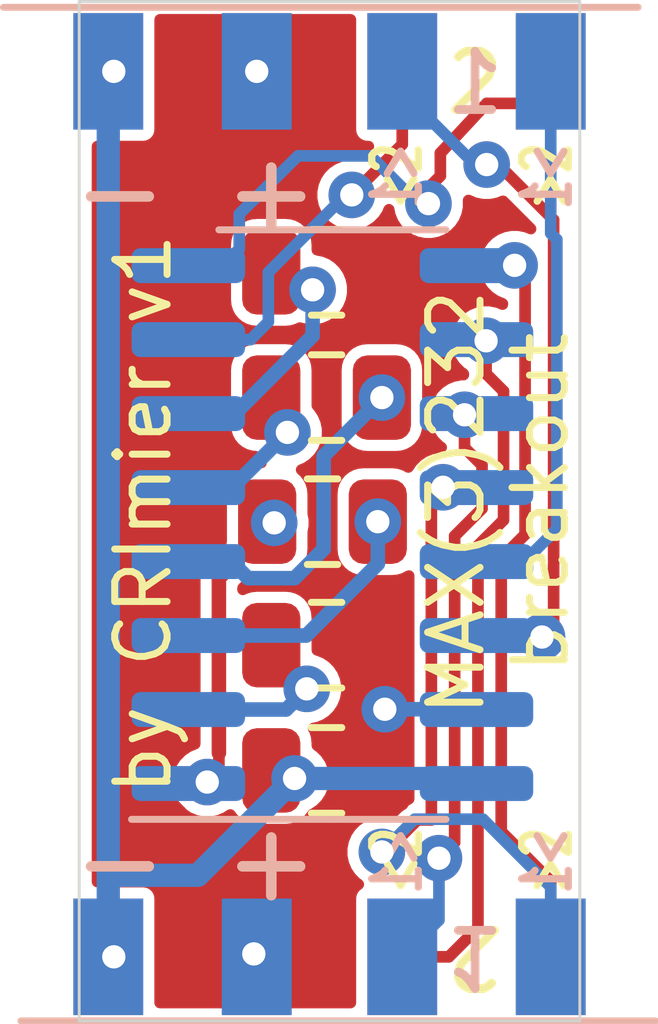
<source format=kicad_pcb>
(kicad_pcb (version 20171130) (host pcbnew 5.1.5+dfsg1-2build2)

  (general
    (thickness 1.6)
    (drawings 18)
    (tracks 181)
    (zones 0)
    (modules 8)
    (nets 17)
  )

  (page A4)
  (layers
    (0 F.Cu signal)
    (31 B.Cu signal)
    (32 B.Adhes user)
    (33 F.Adhes user)
    (34 B.Paste user)
    (35 F.Paste user)
    (36 B.SilkS user)
    (37 F.SilkS user)
    (38 B.Mask user)
    (39 F.Mask user)
    (40 Dwgs.User user)
    (41 Cmts.User user)
    (42 Eco1.User user)
    (43 Eco2.User user)
    (44 Edge.Cuts user)
    (45 Margin user)
    (46 B.CrtYd user)
    (47 F.CrtYd user)
    (48 B.Fab user hide)
    (49 F.Fab user hide)
  )

  (setup
    (last_trace_width 0.4)
    (user_trace_width 0.2)
    (user_trace_width 0.4)
    (trace_clearance 0.17)
    (zone_clearance 0.19)
    (zone_45_only yes)
    (trace_min 0)
    (via_size 0.8)
    (via_drill 0.4)
    (via_min_size 0.4)
    (via_min_drill 0.3)
    (uvia_size 0.3)
    (uvia_drill 0.1)
    (uvias_allowed no)
    (uvia_min_size 0.2)
    (uvia_min_drill 0.1)
    (edge_width 0.05)
    (segment_width 0.2)
    (pcb_text_width 0.3)
    (pcb_text_size 1.5 1.5)
    (mod_edge_width 0.12)
    (mod_text_size 1 1)
    (mod_text_width 0.15)
    (pad_size 1.524 1.524)
    (pad_drill 0.762)
    (pad_to_mask_clearance 0.051)
    (solder_mask_min_width 0.25)
    (aux_axis_origin 154.6 149.8)
    (visible_elements FFFFFF7F)
    (pcbplotparams
      (layerselection 0x010fc_ffffffff)
      (usegerberextensions true)
      (usegerberattributes false)
      (usegerberadvancedattributes false)
      (creategerberjobfile false)
      (excludeedgelayer false)
      (linewidth 0.100000)
      (plotframeref false)
      (viasonmask false)
      (mode 1)
      (useauxorigin true)
      (hpglpennumber 1)
      (hpglpenspeed 20)
      (hpglpendiameter 15.000000)
      (psnegative false)
      (psa4output false)
      (plotreference false)
      (plotvalue false)
      (plotinvisibletext false)
      (padsonsilk false)
      (subtractmaskfromsilk true)
      (outputformat 1)
      (mirror false)
      (drillshape 0)
      (scaleselection 1)
      (outputdirectory "gerbers/"))
  )

  (net 0 "")
  (net 1 "Net-(C1-Pad2)")
  (net 2 "Net-(C1-Pad1)")
  (net 3 "Net-(C2-Pad2)")
  (net 4 "Net-(C2-Pad1)")
  (net 5 "Net-(C3-Pad2)")
  (net 6 GND)
  (net 7 "Net-(C4-Pad2)")
  (net 8 +3V3)
  (net 9 T1O)
  (net 10 R1I)
  (net 11 R1O)
  (net 12 T1I)
  (net 13 T2I)
  (net 14 R2O)
  (net 15 R2I)
  (net 16 T2O)

  (net_class Default "This is the default net class."
    (clearance 0.17)
    (trace_width 0.25)
    (via_dia 0.8)
    (via_drill 0.4)
    (uvia_dia 0.3)
    (uvia_drill 0.1)
    (add_net +3V3)
    (add_net GND)
    (add_net "Net-(C1-Pad1)")
    (add_net "Net-(C1-Pad2)")
    (add_net "Net-(C2-Pad1)")
    (add_net "Net-(C2-Pad2)")
    (add_net "Net-(C3-Pad2)")
    (add_net "Net-(C4-Pad2)")
    (add_net R1I)
    (add_net R1O)
    (add_net R2I)
    (add_net R2O)
    (add_net T1I)
    (add_net T1O)
    (add_net T2I)
    (add_net T2O)
  )

  (module max3232_breakout:Side_2x4_Connector_SMD (layer B.Cu) (tedit 61700DFB) (tstamp 61707809)
    (at 150.3 166.2 270)
    (path /61714BC9)
    (attr smd)
    (fp_text reference J2 (at -7.8 48.5 270) (layer B.SilkS) hide
      (effects (font (size 1 1) (thickness 0.15)) (justify mirror))
    )
    (fp_text value LOGIC (at 12.22 -25.075 270) (layer B.Fab)
      (effects (font (size 1 1) (thickness 0.15)) (justify mirror))
    )
    (fp_line (start -0.825 4.11) (end -0.825 3.47) (layer B.Fab) (width 0.1))
    (fp_line (start -0.825 1.57) (end -0.825 0.93) (layer B.Fab) (width 0.1))
    (fp_line (start -0.825 -0.97) (end -0.825 -1.61) (layer B.Fab) (width 0.1))
    (fp_line (start -0.825 -3.51) (end -0.825 -4.15) (layer B.Fab) (width 0.1))
    (fp_line (start 1.1 -5.6) (end 1.1 5.3) (layer B.SilkS) (width 0.12))
    (fp_line (start -1.1 -5.6) (end -1.1 5.3) (layer B.CrtYd) (width 0.05))
    (pad 8 smd rect (at 0 3.8 270) (size 2 1.2) (layers F.Cu F.Paste F.Mask)
      (net 8 +3V3))
    (pad 6 smd rect (at 0 1.25 270) (size 2 1.2) (layers F.Cu F.Paste F.Mask)
      (net 6 GND))
    (pad 4 smd rect (at 0 -1.25 270) (size 2 1.2) (layers F.Cu F.Paste F.Mask)
      (net 13 T2I))
    (pad 2 smd rect (at 0 -3.8 270) (size 2 1.2) (layers F.Cu F.Paste F.Mask)
      (net 14 R2O))
    (pad 7 smd rect (at 0 3.8 270) (size 2 1.2) (layers B.Cu B.Paste B.Mask)
      (net 8 +3V3))
    (pad 5 smd rect (at 0 1.25 270) (size 2 1.2) (layers B.Cu B.Paste B.Mask)
      (net 6 GND))
    (pad 3 smd rect (at 0 -1.25 270) (size 2 1.2) (layers B.Cu B.Paste B.Mask)
      (net 12 T1I))
    (pad 1 smd rect (at 0 -3.8 270) (size 2 1.2) (layers B.Cu B.Paste B.Mask)
      (net 11 R1O))
    (model ${KISYS3DMOD}/Connector_Harwin.3dshapes/Harwin_M20-89020xx_1x20_P2.54mm_Horizontal.wrl
      (at (xyz 0 0 0))
      (scale (xyz 1 1 1))
      (rotate (xyz 0 0 0))
    )
  )

  (module max3232_breakout:Side_2x4_Connector_SMD (layer B.Cu) (tedit 61700DFB) (tstamp 617077F7)
    (at 150.3 151 90)
    (path /61701511)
    (attr smd)
    (fp_text reference J1 (at -7.8 48.5 -90) (layer B.SilkS) hide
      (effects (font (size 1 1) (thickness 0.15)) (justify mirror))
    )
    (fp_text value RS232 (at 12.22 -25.075 -90) (layer B.Fab)
      (effects (font (size 1 1) (thickness 0.15)) (justify mirror))
    )
    (fp_line (start -0.825 4.11) (end -0.825 3.47) (layer B.Fab) (width 0.1))
    (fp_line (start -0.825 1.57) (end -0.825 0.93) (layer B.Fab) (width 0.1))
    (fp_line (start -0.825 -0.97) (end -0.825 -1.61) (layer B.Fab) (width 0.1))
    (fp_line (start -0.825 -3.51) (end -0.825 -4.15) (layer B.Fab) (width 0.1))
    (fp_line (start 1.1 -5.6) (end 1.1 5.3) (layer B.SilkS) (width 0.12))
    (fp_line (start -1.1 -5.6) (end -1.1 5.3) (layer B.CrtYd) (width 0.05))
    (pad 8 smd rect (at 0 3.8 90) (size 2 1.2) (layers F.Cu F.Paste F.Mask)
      (net 15 R2I))
    (pad 6 smd rect (at 0 1.25 90) (size 2 1.2) (layers F.Cu F.Paste F.Mask)
      (net 16 T2O))
    (pad 4 smd rect (at 0 -1.25 90) (size 2 1.2) (layers F.Cu F.Paste F.Mask)
      (net 6 GND))
    (pad 2 smd rect (at 0 -3.8 90) (size 2 1.2) (layers F.Cu F.Paste F.Mask)
      (net 8 +3V3))
    (pad 7 smd rect (at 0 3.8 90) (size 2 1.2) (layers B.Cu B.Paste B.Mask)
      (net 10 R1I))
    (pad 5 smd rect (at 0 1.25 90) (size 2 1.2) (layers B.Cu B.Paste B.Mask)
      (net 9 T1O))
    (pad 3 smd rect (at 0 -1.25 90) (size 2 1.2) (layers B.Cu B.Paste B.Mask)
      (net 6 GND))
    (pad 1 smd rect (at 0 -3.8 90) (size 2 1.2) (layers B.Cu B.Paste B.Mask)
      (net 8 +3V3))
    (model ${KISYS3DMOD}/Connector_Harwin.3dshapes/Harwin_M20-89020xx_1x20_P2.54mm_Horizontal.wrl
      (at (xyz 0 0 0))
      (scale (xyz 1 1 1))
      (rotate (xyz 0 0 0))
    )
  )

  (module Package_SO:SOIC-16_3.9x9.9mm_P1.27mm (layer B.Cu) (tedit 5D9F72B1) (tstamp 61705E2F)
    (at 150.35 158.78)
    (descr "SOIC, 16 Pin (JEDEC MS-012AC, https://www.analog.com/media/en/package-pcb-resources/package/pkg_pdf/soic_narrow-r/r_16.pdf), generated with kicad-footprint-generator ipc_gullwing_generator.py")
    (tags "SOIC SO")
    (path /61700104)
    (attr smd)
    (fp_text reference U1 (at 0 5.9) (layer B.SilkS) hide
      (effects (font (size 1 1) (thickness 0.15)) (justify mirror))
    )
    (fp_text value MAX3232 (at 0 -5.9) (layer B.Fab)
      (effects (font (size 1 1) (thickness 0.15)) (justify mirror))
    )
    (fp_text user %R (at 0 0) (layer B.Fab)
      (effects (font (size 0.98 0.98) (thickness 0.15)) (justify mirror))
    )
    (fp_line (start 3.7 5.2) (end -3.7 5.2) (layer B.CrtYd) (width 0.05))
    (fp_line (start 3.7 -5.2) (end 3.7 5.2) (layer B.CrtYd) (width 0.05))
    (fp_line (start -3.7 -5.2) (end 3.7 -5.2) (layer B.CrtYd) (width 0.05))
    (fp_line (start -3.7 5.2) (end -3.7 -5.2) (layer B.CrtYd) (width 0.05))
    (fp_line (start -1.95 3.975) (end -0.975 4.95) (layer B.Fab) (width 0.1))
    (fp_line (start -1.95 -4.95) (end -1.95 3.975) (layer B.Fab) (width 0.1))
    (fp_line (start 1.95 -4.95) (end -1.95 -4.95) (layer B.Fab) (width 0.1))
    (fp_line (start 1.95 4.95) (end 1.95 -4.95) (layer B.Fab) (width 0.1))
    (fp_line (start -0.975 4.95) (end 1.95 4.95) (layer B.Fab) (width 0.1))
    (fp_line (start 0 5.06) (end -3.45 5.06) (layer B.SilkS) (width 0.12))
    (fp_line (start 0 5.06) (end 1.95 5.06) (layer B.SilkS) (width 0.12))
    (fp_line (start 0 -5.06) (end -1.95 -5.06) (layer B.SilkS) (width 0.12))
    (fp_line (start 0 -5.06) (end 1.95 -5.06) (layer B.SilkS) (width 0.12))
    (pad 16 smd roundrect (at 2.475 4.445) (size 1.95 0.6) (layers B.Cu B.Paste B.Mask) (roundrect_rratio 0.25)
      (net 8 +3V3))
    (pad 15 smd roundrect (at 2.475 3.175) (size 1.95 0.6) (layers B.Cu B.Paste B.Mask) (roundrect_rratio 0.25)
      (net 6 GND))
    (pad 14 smd roundrect (at 2.475 1.905) (size 1.95 0.6) (layers B.Cu B.Paste B.Mask) (roundrect_rratio 0.25)
      (net 9 T1O))
    (pad 13 smd roundrect (at 2.475 0.635) (size 1.95 0.6) (layers B.Cu B.Paste B.Mask) (roundrect_rratio 0.25)
      (net 10 R1I))
    (pad 12 smd roundrect (at 2.475 -0.635) (size 1.95 0.6) (layers B.Cu B.Paste B.Mask) (roundrect_rratio 0.25)
      (net 11 R1O))
    (pad 11 smd roundrect (at 2.475 -1.905) (size 1.95 0.6) (layers B.Cu B.Paste B.Mask) (roundrect_rratio 0.25)
      (net 12 T1I))
    (pad 10 smd roundrect (at 2.475 -3.175) (size 1.95 0.6) (layers B.Cu B.Paste B.Mask) (roundrect_rratio 0.25)
      (net 13 T2I))
    (pad 9 smd roundrect (at 2.475 -4.445) (size 1.95 0.6) (layers B.Cu B.Paste B.Mask) (roundrect_rratio 0.25)
      (net 14 R2O))
    (pad 8 smd roundrect (at -2.475 -4.445) (size 1.95 0.6) (layers B.Cu B.Paste B.Mask) (roundrect_rratio 0.25)
      (net 15 R2I))
    (pad 7 smd roundrect (at -2.475 -3.175) (size 1.95 0.6) (layers B.Cu B.Paste B.Mask) (roundrect_rratio 0.25)
      (net 16 T2O))
    (pad 6 smd roundrect (at -2.475 -1.905) (size 1.95 0.6) (layers B.Cu B.Paste B.Mask) (roundrect_rratio 0.25)
      (net 7 "Net-(C4-Pad2)"))
    (pad 5 smd roundrect (at -2.475 -0.635) (size 1.95 0.6) (layers B.Cu B.Paste B.Mask) (roundrect_rratio 0.25)
      (net 3 "Net-(C2-Pad2)"))
    (pad 4 smd roundrect (at -2.475 0.635) (size 1.95 0.6) (layers B.Cu B.Paste B.Mask) (roundrect_rratio 0.25)
      (net 4 "Net-(C2-Pad1)"))
    (pad 3 smd roundrect (at -2.475 1.905) (size 1.95 0.6) (layers B.Cu B.Paste B.Mask) (roundrect_rratio 0.25)
      (net 1 "Net-(C1-Pad2)"))
    (pad 2 smd roundrect (at -2.475 3.175) (size 1.95 0.6) (layers B.Cu B.Paste B.Mask) (roundrect_rratio 0.25)
      (net 5 "Net-(C3-Pad2)"))
    (pad 1 smd roundrect (at -2.475 4.445) (size 1.95 0.6) (layers B.Cu B.Paste B.Mask) (roundrect_rratio 0.25)
      (net 2 "Net-(C1-Pad1)"))
    (model ${KISYS3DMOD}/Package_SO.3dshapes/SOIC-16_3.9x9.9mm_P1.27mm.wrl
      (at (xyz 0 0 0))
      (scale (xyz 1 1 1))
      (rotate (xyz 0 0 0))
    )
  )

  (module Capacitor_SMD:C_0805_2012Metric (layer F.Cu) (tedit 5F68FEEE) (tstamp 61705E0D)
    (at 150.25 163)
    (descr "Capacitor SMD 0805 (2012 Metric), square (rectangular) end terminal, IPC_7351 nominal, (Body size source: IPC-SM-782 page 76, https://www.pcb-3d.com/wordpress/wp-content/uploads/ipc-sm-782a_amendment_1_and_2.pdf, https://docs.google.com/spreadsheets/d/1BsfQQcO9C6DZCsRaXUlFlo91Tg2WpOkGARC1WS5S8t0/edit?usp=sharing), generated with kicad-footprint-generator")
    (tags capacitor)
    (path /61719EA8)
    (attr smd)
    (fp_text reference C5 (at 0 -1.68) (layer F.SilkS) hide
      (effects (font (size 1 1) (thickness 0.15)))
    )
    (fp_text value 100nF (at 0 1.68) (layer F.Fab)
      (effects (font (size 1 1) (thickness 0.15)))
    )
    (fp_text user %R (at 0 0) (layer F.Fab)
      (effects (font (size 0.5 0.5) (thickness 0.08)))
    )
    (fp_line (start 1.7 0.98) (end -1.7 0.98) (layer F.CrtYd) (width 0.05))
    (fp_line (start 1.7 -0.98) (end 1.7 0.98) (layer F.CrtYd) (width 0.05))
    (fp_line (start -1.7 -0.98) (end 1.7 -0.98) (layer F.CrtYd) (width 0.05))
    (fp_line (start -1.7 0.98) (end -1.7 -0.98) (layer F.CrtYd) (width 0.05))
    (fp_line (start -0.261252 0.735) (end 0.261252 0.735) (layer F.SilkS) (width 0.12))
    (fp_line (start -0.261252 -0.735) (end 0.261252 -0.735) (layer F.SilkS) (width 0.12))
    (fp_line (start 1 0.625) (end -1 0.625) (layer F.Fab) (width 0.1))
    (fp_line (start 1 -0.625) (end 1 0.625) (layer F.Fab) (width 0.1))
    (fp_line (start -1 -0.625) (end 1 -0.625) (layer F.Fab) (width 0.1))
    (fp_line (start -1 0.625) (end -1 -0.625) (layer F.Fab) (width 0.1))
    (pad 2 smd roundrect (at 0.95 0) (size 1 1.45) (layers F.Cu F.Paste F.Mask) (roundrect_rratio 0.25)
      (net 6 GND))
    (pad 1 smd roundrect (at -0.95 0) (size 1 1.45) (layers F.Cu F.Paste F.Mask) (roundrect_rratio 0.25)
      (net 8 +3V3))
    (model ${KISYS3DMOD}/Capacitor_SMD.3dshapes/C_0805_2012Metric.wrl
      (at (xyz 0 0 0))
      (scale (xyz 1 1 1))
      (rotate (xyz 0 0 0))
    )
  )

  (module Capacitor_SMD:C_0805_2012Metric (layer F.Cu) (tedit 5F68FEEE) (tstamp 61705DFC)
    (at 150.25 154.45 180)
    (descr "Capacitor SMD 0805 (2012 Metric), square (rectangular) end terminal, IPC_7351 nominal, (Body size source: IPC-SM-782 page 76, https://www.pcb-3d.com/wordpress/wp-content/uploads/ipc-sm-782a_amendment_1_and_2.pdf, https://docs.google.com/spreadsheets/d/1BsfQQcO9C6DZCsRaXUlFlo91Tg2WpOkGARC1WS5S8t0/edit?usp=sharing), generated with kicad-footprint-generator")
    (tags capacitor)
    (path /61707AD1)
    (attr smd)
    (fp_text reference C4 (at 0 -1.68) (layer F.SilkS) hide
      (effects (font (size 1 1) (thickness 0.15)))
    )
    (fp_text value 100nF (at 0 1.68) (layer F.Fab)
      (effects (font (size 1 1) (thickness 0.15)))
    )
    (fp_text user %R (at 0 0) (layer F.Fab)
      (effects (font (size 0.5 0.5) (thickness 0.08)))
    )
    (fp_line (start 1.7 0.98) (end -1.7 0.98) (layer F.CrtYd) (width 0.05))
    (fp_line (start 1.7 -0.98) (end 1.7 0.98) (layer F.CrtYd) (width 0.05))
    (fp_line (start -1.7 -0.98) (end 1.7 -0.98) (layer F.CrtYd) (width 0.05))
    (fp_line (start -1.7 0.98) (end -1.7 -0.98) (layer F.CrtYd) (width 0.05))
    (fp_line (start -0.261252 0.735) (end 0.261252 0.735) (layer F.SilkS) (width 0.12))
    (fp_line (start -0.261252 -0.735) (end 0.261252 -0.735) (layer F.SilkS) (width 0.12))
    (fp_line (start 1 0.625) (end -1 0.625) (layer F.Fab) (width 0.1))
    (fp_line (start 1 -0.625) (end 1 0.625) (layer F.Fab) (width 0.1))
    (fp_line (start -1 -0.625) (end 1 -0.625) (layer F.Fab) (width 0.1))
    (fp_line (start -1 0.625) (end -1 -0.625) (layer F.Fab) (width 0.1))
    (pad 2 smd roundrect (at 0.95 0 180) (size 1 1.45) (layers F.Cu F.Paste F.Mask) (roundrect_rratio 0.25)
      (net 7 "Net-(C4-Pad2)"))
    (pad 1 smd roundrect (at -0.95 0 180) (size 1 1.45) (layers F.Cu F.Paste F.Mask) (roundrect_rratio 0.25)
      (net 6 GND))
    (model ${KISYS3DMOD}/Capacitor_SMD.3dshapes/C_0805_2012Metric.wrl
      (at (xyz 0 0 0))
      (scale (xyz 1 1 1))
      (rotate (xyz 0 0 0))
    )
  )

  (module Capacitor_SMD:C_0805_2012Metric (layer F.Cu) (tedit 5F68FEEE) (tstamp 61705DEB)
    (at 150.25 160.85 180)
    (descr "Capacitor SMD 0805 (2012 Metric), square (rectangular) end terminal, IPC_7351 nominal, (Body size source: IPC-SM-782 page 76, https://www.pcb-3d.com/wordpress/wp-content/uploads/ipc-sm-782a_amendment_1_and_2.pdf, https://docs.google.com/spreadsheets/d/1BsfQQcO9C6DZCsRaXUlFlo91Tg2WpOkGARC1WS5S8t0/edit?usp=sharing), generated with kicad-footprint-generator")
    (tags capacitor)
    (path /6170768D)
    (attr smd)
    (fp_text reference C3 (at 0 -1.68) (layer F.SilkS) hide
      (effects (font (size 1 1) (thickness 0.15)))
    )
    (fp_text value 100nF (at 0 1.68) (layer F.Fab)
      (effects (font (size 1 1) (thickness 0.15)))
    )
    (fp_text user %R (at 0 0) (layer F.Fab)
      (effects (font (size 0.5 0.5) (thickness 0.08)))
    )
    (fp_line (start 1.7 0.98) (end -1.7 0.98) (layer F.CrtYd) (width 0.05))
    (fp_line (start 1.7 -0.98) (end 1.7 0.98) (layer F.CrtYd) (width 0.05))
    (fp_line (start -1.7 -0.98) (end 1.7 -0.98) (layer F.CrtYd) (width 0.05))
    (fp_line (start -1.7 0.98) (end -1.7 -0.98) (layer F.CrtYd) (width 0.05))
    (fp_line (start -0.261252 0.735) (end 0.261252 0.735) (layer F.SilkS) (width 0.12))
    (fp_line (start -0.261252 -0.735) (end 0.261252 -0.735) (layer F.SilkS) (width 0.12))
    (fp_line (start 1 0.625) (end -1 0.625) (layer F.Fab) (width 0.1))
    (fp_line (start 1 -0.625) (end 1 0.625) (layer F.Fab) (width 0.1))
    (fp_line (start -1 -0.625) (end 1 -0.625) (layer F.Fab) (width 0.1))
    (fp_line (start -1 0.625) (end -1 -0.625) (layer F.Fab) (width 0.1))
    (pad 2 smd roundrect (at 0.95 0 180) (size 1 1.45) (layers F.Cu F.Paste F.Mask) (roundrect_rratio 0.25)
      (net 5 "Net-(C3-Pad2)"))
    (pad 1 smd roundrect (at -0.95 0 180) (size 1 1.45) (layers F.Cu F.Paste F.Mask) (roundrect_rratio 0.25)
      (net 6 GND))
    (model ${KISYS3DMOD}/Capacitor_SMD.3dshapes/C_0805_2012Metric.wrl
      (at (xyz 0 0 0))
      (scale (xyz 1 1 1))
      (rotate (xyz 0 0 0))
    )
  )

  (module Capacitor_SMD:C_0805_2012Metric (layer F.Cu) (tedit 5F68FEEE) (tstamp 61705DDA)
    (at 150.25 156.6 180)
    (descr "Capacitor SMD 0805 (2012 Metric), square (rectangular) end terminal, IPC_7351 nominal, (Body size source: IPC-SM-782 page 76, https://www.pcb-3d.com/wordpress/wp-content/uploads/ipc-sm-782a_amendment_1_and_2.pdf, https://docs.google.com/spreadsheets/d/1BsfQQcO9C6DZCsRaXUlFlo91Tg2WpOkGARC1WS5S8t0/edit?usp=sharing), generated with kicad-footprint-generator")
    (tags capacitor)
    (path /61703FD5)
    (attr smd)
    (fp_text reference C2 (at 0 -1.68) (layer F.SilkS) hide
      (effects (font (size 1 1) (thickness 0.15)))
    )
    (fp_text value 100nF (at 0 1.68) (layer F.Fab)
      (effects (font (size 1 1) (thickness 0.15)))
    )
    (fp_text user %R (at 0 0) (layer F.Fab)
      (effects (font (size 0.5 0.5) (thickness 0.08)))
    )
    (fp_line (start 1.7 0.98) (end -1.7 0.98) (layer F.CrtYd) (width 0.05))
    (fp_line (start 1.7 -0.98) (end 1.7 0.98) (layer F.CrtYd) (width 0.05))
    (fp_line (start -1.7 -0.98) (end 1.7 -0.98) (layer F.CrtYd) (width 0.05))
    (fp_line (start -1.7 0.98) (end -1.7 -0.98) (layer F.CrtYd) (width 0.05))
    (fp_line (start -0.261252 0.735) (end 0.261252 0.735) (layer F.SilkS) (width 0.12))
    (fp_line (start -0.261252 -0.735) (end 0.261252 -0.735) (layer F.SilkS) (width 0.12))
    (fp_line (start 1 0.625) (end -1 0.625) (layer F.Fab) (width 0.1))
    (fp_line (start 1 -0.625) (end 1 0.625) (layer F.Fab) (width 0.1))
    (fp_line (start -1 -0.625) (end 1 -0.625) (layer F.Fab) (width 0.1))
    (fp_line (start -1 0.625) (end -1 -0.625) (layer F.Fab) (width 0.1))
    (pad 2 smd roundrect (at 0.95 0 180) (size 1 1.45) (layers F.Cu F.Paste F.Mask) (roundrect_rratio 0.25)
      (net 3 "Net-(C2-Pad2)"))
    (pad 1 smd roundrect (at -0.95 0 180) (size 1 1.45) (layers F.Cu F.Paste F.Mask) (roundrect_rratio 0.25)
      (net 4 "Net-(C2-Pad1)"))
    (model ${KISYS3DMOD}/Capacitor_SMD.3dshapes/C_0805_2012Metric.wrl
      (at (xyz 0 0 0))
      (scale (xyz 1 1 1))
      (rotate (xyz 0 0 0))
    )
  )

  (module Capacitor_SMD:C_0805_2012Metric (layer F.Cu) (tedit 5F68FEEE) (tstamp 61705DC9)
    (at 150.18 158.73)
    (descr "Capacitor SMD 0805 (2012 Metric), square (rectangular) end terminal, IPC_7351 nominal, (Body size source: IPC-SM-782 page 76, https://www.pcb-3d.com/wordpress/wp-content/uploads/ipc-sm-782a_amendment_1_and_2.pdf, https://docs.google.com/spreadsheets/d/1BsfQQcO9C6DZCsRaXUlFlo91Tg2WpOkGARC1WS5S8t0/edit?usp=sharing), generated with kicad-footprint-generator")
    (tags capacitor)
    (path /617070CC)
    (attr smd)
    (fp_text reference C1 (at 0 -1.68) (layer F.SilkS) hide
      (effects (font (size 1 1) (thickness 0.15)))
    )
    (fp_text value 100nF (at 0 1.68) (layer F.Fab)
      (effects (font (size 1 1) (thickness 0.15)))
    )
    (fp_text user %R (at 0 0) (layer F.Fab)
      (effects (font (size 0.5 0.5) (thickness 0.08)))
    )
    (fp_line (start 1.7 0.98) (end -1.7 0.98) (layer F.CrtYd) (width 0.05))
    (fp_line (start 1.7 -0.98) (end 1.7 0.98) (layer F.CrtYd) (width 0.05))
    (fp_line (start -1.7 -0.98) (end 1.7 -0.98) (layer F.CrtYd) (width 0.05))
    (fp_line (start -1.7 0.98) (end -1.7 -0.98) (layer F.CrtYd) (width 0.05))
    (fp_line (start -0.261252 0.735) (end 0.261252 0.735) (layer F.SilkS) (width 0.12))
    (fp_line (start -0.261252 -0.735) (end 0.261252 -0.735) (layer F.SilkS) (width 0.12))
    (fp_line (start 1 0.625) (end -1 0.625) (layer F.Fab) (width 0.1))
    (fp_line (start 1 -0.625) (end 1 0.625) (layer F.Fab) (width 0.1))
    (fp_line (start -1 -0.625) (end 1 -0.625) (layer F.Fab) (width 0.1))
    (fp_line (start -1 0.625) (end -1 -0.625) (layer F.Fab) (width 0.1))
    (pad 2 smd roundrect (at 0.95 0) (size 1 1.45) (layers F.Cu F.Paste F.Mask) (roundrect_rratio 0.25)
      (net 1 "Net-(C1-Pad2)"))
    (pad 1 smd roundrect (at -0.95 0) (size 1 1.45) (layers F.Cu F.Paste F.Mask) (roundrect_rratio 0.25)
      (net 2 "Net-(C1-Pad1)"))
    (model ${KISYS3DMOD}/Capacitor_SMD.3dshapes/C_0805_2012Metric.wrl
      (at (xyz 0 0 0))
      (scale (xyz 1 1 1))
      (rotate (xyz 0 0 0))
    )
  )

  (gr_text "by CRImier v1" (at 147.1 158.6 90) (layer F.SilkS)
    (effects (font (size 0.9 0.9) (thickness 0.12)))
  )
  (gr_text "MAX(3)232\nbreakout" (at 153.2 158.4 90) (layer F.SilkS)
    (effects (font (size 0.9 0.9) (thickness 0.12)))
  )
  (gr_text "<1\n\n>1" (at 152.75 152.8 90) (layer B.SilkS) (tstamp 6170877B)
    (effects (font (size 0.8 0.5) (thickness 0.125)) (justify mirror))
  )
  (gr_text "<2\n\n>2" (at 152.75 152.8 90) (layer F.SilkS) (tstamp 61708778)
    (effects (font (size 0.8 0.5) (thickness 0.125)))
  )
  (gr_text "<2\n\n>2" (at 152.75 164.55 90) (layer F.SilkS) (tstamp 61708725)
    (effects (font (size 0.8 0.5) (thickness 0.125)))
  )
  (gr_text "<1\n\n>1" (at 152.75 164.55 90) (layer B.SilkS)
    (effects (font (size 0.8 0.5) (thickness 0.125)) (justify mirror))
  )
  (gr_text "- +" (at 148 164.55) (layer F.SilkS) (tstamp 617086C7)
    (effects (font (size 1.3 1.3) (thickness 0.18)))
  )
  (gr_text "- +" (at 148 153.05) (layer F.SilkS) (tstamp 617086C2)
    (effects (font (size 1.3 1.3) (thickness 0.18)))
  )
  (gr_text "+ -" (at 148 153.05) (layer B.SilkS) (tstamp 617086C0)
    (effects (font (size 1.3 1.3) (thickness 0.18)) (justify mirror))
  )
  (gr_text "+ -" (at 148 164.55) (layer B.SilkS)
    (effects (font (size 1.3 1.3) (thickness 0.18)) (justify mirror))
  )
  (gr_text 2 (at 152.8 151.2) (layer F.SilkS) (tstamp 61708510)
    (effects (font (size 1 1) (thickness 0.15)))
  )
  (gr_text 2 (at 152.8 166.2 180) (layer F.SilkS) (tstamp 6170850C)
    (effects (font (size 1 1) (thickness 0.15)))
  )
  (gr_text 1 (at 152.8 166.2 180) (layer B.SilkS) (tstamp 6170850A)
    (effects (font (size 1 1) (thickness 0.15)) (justify mirror))
  )
  (gr_text 1 (at 152.8 151.2) (layer B.SilkS)
    (effects (font (size 1 1) (thickness 0.15)) (justify mirror))
  )
  (gr_line (start 146 167.3) (end 146 149.8) (layer Edge.Cuts) (width 0.05))
  (gr_line (start 154.6 167.3) (end 146 167.3) (layer Edge.Cuts) (width 0.05))
  (gr_line (start 154.6 149.8) (end 154.6 167.3) (layer Edge.Cuts) (width 0.05) (tstamp 61706B38))
  (gr_line (start 146 149.8) (end 154.6 149.8) (layer Edge.Cuts) (width 0.05))

  (via (at 151.13 158.73) (size 0.8) (drill 0.4) (layers F.Cu B.Cu) (net 1))
  (segment (start 148.85 160.685) (end 147.875 160.685) (width 0.25) (layer B.Cu) (net 1))
  (segment (start 151.13 159.455) (end 149.9 160.685) (width 0.25) (layer B.Cu) (net 1))
  (segment (start 149.9 160.685) (end 148.85 160.685) (width 0.25) (layer B.Cu) (net 1))
  (segment (start 151.13 158.73) (end 151.13 159.455) (width 0.25) (layer B.Cu) (net 1))
  (via (at 149.35 158.75) (size 0.8) (drill 0.4) (layers F.Cu B.Cu) (net 2))
  (segment (start 149.3 158.75) (end 149.35 158.75) (width 0.25) (layer F.Cu) (net 2))
  (segment (start 148.4 159.7) (end 148.4 162.7) (width 0.25) (layer F.Cu) (net 2))
  (segment (start 149.35 158.75) (end 148.4 159.7) (width 0.25) (layer F.Cu) (net 2))
  (segment (start 148.375 163.225) (end 148.4 163.2) (width 0.2) (layer B.Cu) (net 2))
  (segment (start 148.4 163.2) (end 148.4 162.7) (width 0.2) (layer F.Cu) (net 2))
  (via (at 148.2 163.2) (size 0.8) (drill 0.4) (layers F.Cu B.Cu) (net 2))
  (segment (start 148.175 163.225) (end 148.2 163.2) (width 0.2) (layer B.Cu) (net 2))
  (segment (start 147.875 163.225) (end 148.175 163.225) (width 0.2) (layer B.Cu) (net 2))
  (segment (start 148.2 163.2) (end 148.375 163.225) (width 0.2) (layer B.Cu) (net 2))
  (segment (start 148.629694 158.145) (end 147.875 158.145) (width 0.25) (layer B.Cu) (net 3))
  (segment (start 149.3 156.6) (end 149.3 156.92) (width 0.25) (layer F.Cu) (net 3))
  (via (at 149.577347 157.197347) (size 0.8) (drill 0.4) (layers F.Cu B.Cu) (net 3))
  (segment (start 149.3 156.92) (end 149.577347 157.197347) (width 0.25) (layer F.Cu) (net 3))
  (segment (start 149.577347 157.197347) (end 148.629694 158.145) (width 0.25) (layer B.Cu) (net 3))
  (via (at 151.2 156.6) (size 0.8) (drill 0.4) (layers F.Cu B.Cu) (net 4))
  (segment (start 150.2 157.6) (end 151.2 156.6) (width 0.25) (layer B.Cu) (net 4))
  (segment (start 150.2 159.2) (end 150.2 157.6) (width 0.25) (layer B.Cu) (net 4))
  (segment (start 148.9 159.7) (end 149.7 159.7) (width 0.25) (layer B.Cu) (net 4))
  (segment (start 149.7 159.7) (end 150.2 159.2) (width 0.25) (layer B.Cu) (net 4))
  (segment (start 148.615 159.415) (end 148.9 159.7) (width 0.25) (layer B.Cu) (net 4))
  (segment (start 147.875 159.415) (end 148.615 159.415) (width 0.25) (layer B.Cu) (net 4))
  (via (at 149.91 161.6) (size 0.8) (drill 0.4) (layers F.Cu B.Cu) (net 5))
  (segment (start 149.3 160.99) (end 149.91 161.6) (width 0.25) (layer F.Cu) (net 5))
  (segment (start 149.3 160.85) (end 149.3 160.99) (width 0.25) (layer F.Cu) (net 5))
  (segment (start 149.555 161.955) (end 149.91 161.6) (width 0.25) (layer B.Cu) (net 5))
  (segment (start 147.875 161.955) (end 149.555 161.955) (width 0.25) (layer B.Cu) (net 5))
  (segment (start 151.2 162) (end 151.25 161.95) (width 0.25) (layer F.Cu) (net 6))
  (via (at 151.25 161.95) (size 0.8) (drill 0.4) (layers F.Cu B.Cu) (net 6))
  (segment (start 151.2 160.85) (end 151.2 162) (width 0.25) (layer F.Cu) (net 6))
  (segment (start 151.2 162) (end 151.2 163) (width 0.25) (layer F.Cu) (net 6))
  (segment (start 152.82 161.95) (end 152.825 161.955) (width 0.25) (layer B.Cu) (net 6))
  (segment (start 151.25 161.95) (end 152.82 161.95) (width 0.25) (layer B.Cu) (net 6))
  (segment (start 151.2 154.45) (end 151.2 155.02) (width 0.25) (layer F.Cu) (net 6))
  (segment (start 150.30499 155.91501) (end 150.30499 159.95499) (width 0.25) (layer F.Cu) (net 6))
  (segment (start 151.2 155.02) (end 150.30499 155.91501) (width 0.25) (layer F.Cu) (net 6))
  (segment (start 150.30499 159.95499) (end 150.701171 160.351171) (width 0.25) (layer F.Cu) (net 6))
  (segment (start 150.701171 160.351171) (end 151.2 160.85) (width 0.25) (layer F.Cu) (net 6))
  (segment (start 148.731238 151.318762) (end 149.05 151) (width 0.25) (layer F.Cu) (net 6))
  (segment (start 148.731238 152.531238) (end 148.731238 151.318762) (width 0.25) (layer F.Cu) (net 6))
  (segment (start 150.48474 153.951171) (end 150.701171 153.951171) (width 0.25) (layer F.Cu) (net 6))
  (segment (start 149.464806 152.931237) (end 150.48474 153.951171) (width 0.25) (layer F.Cu) (net 6))
  (segment (start 150.701171 153.951171) (end 151.2 154.45) (width 0.25) (layer F.Cu) (net 6))
  (segment (start 149.131237 152.931237) (end 149.464806 152.931237) (width 0.25) (layer F.Cu) (net 6))
  (segment (start 148.731238 152.531238) (end 149.131237 152.931237) (width 0.25) (layer F.Cu) (net 6))
  (segment (start 148.731238 152.531238) (end 147 154.262476) (width 0.25) (layer F.Cu) (net 6))
  (segment (start 147 154.262476) (end 147 163) (width 0.25) (layer F.Cu) (net 6))
  (segment (start 147 163) (end 148.8 164.8) (width 0.25) (layer F.Cu) (net 6))
  (segment (start 149 166.15) (end 149.05 166.2) (width 0.25) (layer B.Cu) (net 6))
  (segment (start 149 166.15) (end 149.05 166.2) (width 0.25) (layer F.Cu) (net 6))
  (segment (start 148.9 164.8) (end 148.8 164.8) (width 0.25) (layer F.Cu) (net 6))
  (segment (start 149.05 164.95) (end 148.9 164.8) (width 0.25) (layer F.Cu) (net 6))
  (segment (start 149.05 166.2) (end 149.05 164.95) (width 0.25) (layer F.Cu) (net 6))
  (via (at 149 166.15) (size 0.8) (drill 0.4) (layers F.Cu B.Cu) (net 6))
  (via (at 149.05 151) (size 0.8) (drill 0.4) (layers F.Cu B.Cu) (net 6))
  (segment (start 149.05 165.15) (end 149.05 166.2) (width 0.25) (layer F.Cu) (net 6))
  (segment (start 151.2 163) (end 149.05 165.15) (width 0.25) (layer F.Cu) (net 6))
  (via (at 150.01 154.75) (size 0.8) (drill 0.4) (layers F.Cu B.Cu) (net 7))
  (segment (start 149.6 154.75) (end 149.3 154.45) (width 0.25) (layer F.Cu) (net 7))
  (segment (start 150.01 154.75) (end 149.6 154.75) (width 0.25) (layer F.Cu) (net 7))
  (segment (start 150.01 155.54) (end 150.01 154.75) (width 0.25) (layer B.Cu) (net 7))
  (segment (start 148.675 156.875) (end 150.01 155.54) (width 0.25) (layer B.Cu) (net 7))
  (segment (start 147.875 156.875) (end 148.675 156.875) (width 0.25) (layer B.Cu) (net 7))
  (via (at 149.70017 163.138355) (size 0.8) (drill 0.4) (layers F.Cu B.Cu) (net 8))
  (segment (start 149.438355 163.138355) (end 149.3 163) (width 0.25) (layer F.Cu) (net 8))
  (segment (start 149.70017 163.138355) (end 149.438355 163.138355) (width 0.25) (layer F.Cu) (net 8))
  (segment (start 146.5 164.895) (end 146.595 164.8) (width 0.25) (layer B.Cu) (net 8))
  (segment (start 146.5 164.9) (end 146.5 164.895) (width 0.25) (layer B.Cu) (net 8))
  (segment (start 146.5 151) (end 146.5 164.9) (width 0.25) (layer B.Cu) (net 8))
  (segment (start 146.5 164.9) (end 146.5 166.2) (width 0.25) (layer B.Cu) (net 8))
  (segment (start 146.595 166.105) (end 146.5 166.2) (width 0.25) (layer F.Cu) (net 8))
  (segment (start 148.943524 163.895001) (end 148.904999 163.895001) (width 0.25) (layer B.Cu) (net 8))
  (segment (start 149.70017 163.138355) (end 148.943524 163.895001) (width 0.25) (layer B.Cu) (net 8))
  (segment (start 148 164.8) (end 146.595 164.8) (width 0.25) (layer B.Cu) (net 8))
  (segment (start 148.904999 163.895001) (end 148 164.8) (width 0.25) (layer B.Cu) (net 8))
  (via (at 146.595 166.2) (size 0.8) (drill 0.4) (layers F.Cu B.Cu) (net 8))
  (segment (start 146.5 166.2) (end 146.595 166.2) (width 0.25) (layer B.Cu) (net 8))
  (via (at 146.595 151) (size 0.8) (drill 0.4) (layers F.Cu B.Cu) (net 8))
  (segment (start 146.5 151) (end 146.595 151) (width 0.25) (layer F.Cu) (net 8))
  (segment (start 152.738355 163.138355) (end 152.825 163.225) (width 0.4) (layer B.Cu) (net 8))
  (segment (start 149.70017 163.138355) (end 152.738355 163.138355) (width 0.4) (layer B.Cu) (net 8))
  (segment (start 149.70017 163.138355) (end 148.038525 164.8) (width 0.4) (layer B.Cu) (net 8))
  (segment (start 146.5 164.8) (end 146.5 166.2) (width 0.4) (layer B.Cu) (net 8))
  (segment (start 148.038525 164.8) (end 146.5 164.8) (width 0.4) (layer B.Cu) (net 8))
  (segment (start 146.5 151) (end 146.5 164.8) (width 0.4) (layer B.Cu) (net 8))
  (via (at 153.95003 160.71) (size 0.8) (drill 0.4) (layers F.Cu B.Cu) (net 9))
  (segment (start 153.92503 160.685) (end 153.95003 160.71) (width 0.2) (layer B.Cu) (net 9))
  (segment (start 152.825 160.685) (end 153.92503 160.685) (width 0.2) (layer B.Cu) (net 9))
  (segment (start 154.150001 160.449999) (end 154.150001 153.870001) (width 0.2) (layer F.Cu) (net 9))
  (segment (start 153.95003 160.64997) (end 154.150001 160.449999) (width 0.2) (layer F.Cu) (net 9))
  (segment (start 153.95003 160.71) (end 153.95003 160.64997) (width 0.2) (layer F.Cu) (net 9))
  (segment (start 154.150001 153.870001) (end 154.150001 153.550001) (width 0.2) (layer F.Cu) (net 9))
  (segment (start 153.2 152.6) (end 153 152.6) (width 0.2) (layer F.Cu) (net 9))
  (via (at 153 152.6) (size 0.8) (drill 0.4) (layers F.Cu B.Cu) (net 9))
  (segment (start 154.150001 153.550001) (end 153.2 152.6) (width 0.2) (layer F.Cu) (net 9))
  (segment (start 151.55 151.35) (end 151.55 151) (width 0.2) (layer B.Cu) (net 9))
  (segment (start 152.8 152.6) (end 151.55 151.35) (width 0.2) (layer B.Cu) (net 9))
  (segment (start 153 152.6) (end 152.8 152.6) (width 0.2) (layer B.Cu) (net 9))
  (segment (start 152.825 159.415) (end 153.645 159.415) (width 0.2) (layer B.Cu) (net 10))
  (segment (start 153.645 159.415) (end 154.20499 158.85501) (width 0.2) (layer B.Cu) (net 10))
  (segment (start 154.20499 158.85501) (end 154.20499 153.88499) (width 0.2) (layer B.Cu) (net 10))
  (segment (start 154.1 153.78) (end 154.1 151) (width 0.2) (layer B.Cu) (net 10))
  (segment (start 154.20499 153.88499) (end 154.1 153.78) (width 0.2) (layer B.Cu) (net 10))
  (via (at 152.249968 158.14) (size 0.8) (drill 0.4) (layers F.Cu B.Cu) (net 11))
  (segment (start 152.825 158.145) (end 152.82 158.14) (width 0.25) (layer B.Cu) (net 11))
  (segment (start 152.82 158.14) (end 152.815653 158.14) (width 0.25) (layer B.Cu) (net 11))
  (segment (start 152.815653 158.14) (end 152.249968 158.14) (width 0.25) (layer B.Cu) (net 11))
  (via (at 151.2 164.4) (size 0.8) (drill 0.4) (layers F.Cu B.Cu) (net 11))
  (segment (start 154.1 165) (end 154.1 166.2) (width 0.2) (layer B.Cu) (net 11))
  (segment (start 152.937263 163.837263) (end 154.1 165) (width 0.2) (layer B.Cu) (net 11))
  (segment (start 151.762737 163.837263) (end 152.937263 163.837263) (width 0.2) (layer B.Cu) (net 11))
  (segment (start 151.2 164.4) (end 151.762737 163.837263) (width 0.2) (layer B.Cu) (net 11))
  (segment (start 152.05 163.85) (end 152.05 158.29) (width 0.2) (layer F.Cu) (net 11))
  (segment (start 151.810408 163.85) (end 151.260408 164.4) (width 0.2) (layer F.Cu) (net 11))
  (segment (start 151.260408 164.4) (end 151.2 164.4) (width 0.2) (layer F.Cu) (net 11))
  (segment (start 152.05 163.85) (end 151.810408 163.85) (width 0.2) (layer F.Cu) (net 11))
  (segment (start 152.2 158.14) (end 152.249968 158.14) (width 0.2) (layer F.Cu) (net 11))
  (segment (start 152.05 158.29) (end 152.2 158.14) (width 0.2) (layer F.Cu) (net 11))
  (segment (start 152.919978 157.76118) (end 152.619979 157.461181) (width 0.2) (layer F.Cu) (net 12))
  (segment (start 152.45001 163.7) (end 152.45001 158.975972) (width 0.2) (layer F.Cu) (net 12))
  (segment (start 152.919978 158.506004) (end 152.919978 157.76118) (width 0.2) (layer F.Cu) (net 12))
  (via (at 152.619979 156.895496) (size 0.8) (drill 0.4) (layers F.Cu B.Cu) (net 12))
  (segment (start 152.45001 158.975972) (end 152.919978 158.506004) (width 0.2) (layer F.Cu) (net 12))
  (segment (start 152.619979 157.461181) (end 152.619979 156.895496) (width 0.2) (layer F.Cu) (net 12))
  (segment (start 152.69999 156.94999) (end 152.645496 156.895496) (width 0.25) (layer F.Cu) (net 12))
  (segment (start 152.640475 156.875) (end 152.619979 156.895496) (width 0.25) (layer B.Cu) (net 12))
  (segment (start 152.825 156.875) (end 152.640475 156.875) (width 0.25) (layer B.Cu) (net 12))
  (segment (start 152.645496 156.895496) (end 152.619979 156.895496) (width 0.25) (layer F.Cu) (net 12))
  (via (at 152.18002 164.507264) (size 0.8) (drill 0.4) (layers F.Cu B.Cu) (net 12))
  (segment (start 152.45001 164.237274) (end 152.18002 164.507264) (width 0.2) (layer F.Cu) (net 12))
  (segment (start 152.45001 163.7) (end 152.45001 164.237274) (width 0.2) (layer F.Cu) (net 12))
  (segment (start 152.18002 165.56998) (end 151.55 166.2) (width 0.2) (layer B.Cu) (net 12))
  (segment (start 152.18002 164.507264) (end 152.18002 165.56998) (width 0.2) (layer B.Cu) (net 12))
  (via (at 152.98999 155.625) (size 0.8) (drill 0.4) (layers F.Cu B.Cu) (net 13))
  (segment (start 152.96999 155.605) (end 152.98999 155.625) (width 0.25) (layer B.Cu) (net 13))
  (segment (start 152.825 155.605) (end 152.96999 155.605) (width 0.25) (layer B.Cu) (net 13))
  (segment (start 152.35 166.2) (end 151.55 166.2) (width 0.2) (layer F.Cu) (net 13))
  (segment (start 152.85002 165.69998) (end 152.35 166.2) (width 0.2) (layer F.Cu) (net 13))
  (segment (start 152.85002 159.14166) (end 152.85002 165.69998) (width 0.2) (layer F.Cu) (net 13))
  (segment (start 153.289989 158.701691) (end 152.85002 159.14166) (width 0.2) (layer F.Cu) (net 13))
  (segment (start 153.289989 156.490684) (end 153.289989 158.701691) (width 0.2) (layer F.Cu) (net 13))
  (segment (start 152.98999 156.190685) (end 153.289989 156.490684) (width 0.2) (layer F.Cu) (net 13))
  (segment (start 152.98999 155.625) (end 152.98999 156.190685) (width 0.2) (layer F.Cu) (net 13))
  (segment (start 153.475 154.335) (end 153.48 154.33) (width 0.25) (layer B.Cu) (net 14))
  (via (at 153.48 154.33) (size 0.8) (drill 0.4) (layers F.Cu B.Cu) (net 14))
  (segment (start 152.825 154.335) (end 153.475 154.335) (width 0.25) (layer B.Cu) (net 14))
  (segment (start 154.1 164.9) (end 154.1 166.2) (width 0.2) (layer F.Cu) (net 14))
  (segment (start 153.66 158.95) (end 153.25003 159.35997) (width 0.2) (layer F.Cu) (net 14))
  (segment (start 153.66 154.51) (end 153.66 158.95) (width 0.2) (layer F.Cu) (net 14))
  (segment (start 153.25003 164.05003) (end 154.1 164.9) (width 0.2) (layer F.Cu) (net 14))
  (segment (start 153.25003 159.35997) (end 153.25003 164.05003) (width 0.2) (layer F.Cu) (net 14))
  (segment (start 153.48 154.33) (end 153.66 154.51) (width 0.2) (layer F.Cu) (net 14))
  (segment (start 151.823773 153.27) (end 152 153.27) (width 0.2) (layer B.Cu) (net 15))
  (via (at 152 153.27) (size 0.8) (drill 0.4) (layers F.Cu B.Cu) (net 15))
  (segment (start 151.004611 152.450838) (end 151.823773 153.27) (width 0.2) (layer B.Cu) (net 15))
  (segment (start 149.759162 152.450838) (end 151.004611 152.450838) (width 0.2) (layer B.Cu) (net 15))
  (segment (start 152.204199 152.404199) (end 152.204199 152.795801) (width 0.2) (layer F.Cu) (net 15))
  (segment (start 152 153) (end 152 153.27) (width 0.2) (layer F.Cu) (net 15))
  (segment (start 152.204199 152.795801) (end 152 153) (width 0.2) (layer F.Cu) (net 15))
  (segment (start 154.1 151) (end 154.1 151.45) (width 0.2) (layer F.Cu) (net 15))
  (segment (start 154 151.55) (end 153 151.55) (width 0.2) (layer F.Cu) (net 15))
  (segment (start 154.1 151.45) (end 154 151.55) (width 0.2) (layer F.Cu) (net 15))
  (segment (start 152.204199 152.404199) (end 153 151.55) (width 0.2) (layer F.Cu) (net 15))
  (segment (start 147.875 154.335) (end 148.465 154.335) (width 0.2) (layer B.Cu) (net 15))
  (segment (start 148.465 154.335) (end 148.75 154.05) (width 0.2) (layer B.Cu) (net 15))
  (segment (start 148.75 153.45) (end 148.8 153.4) (width 0.2) (layer B.Cu) (net 15))
  (segment (start 148.75 154.05) (end 148.75 153.45) (width 0.2) (layer B.Cu) (net 15))
  (segment (start 148.8 153.4) (end 149.759162 152.450838) (width 0.2) (layer B.Cu) (net 15))
  (via (at 150.68301 153.120839) (size 0.8) (drill 0.4) (layers F.Cu B.Cu) (net 16))
  (segment (start 151.55 152.253849) (end 151.55 151) (width 0.2) (layer F.Cu) (net 16))
  (segment (start 150.68301 153.120839) (end 151.55 152.253849) (width 0.2) (layer F.Cu) (net 16))
  (segment (start 150.579161 153.120839) (end 150.68301 153.120839) (width 0.2) (layer B.Cu) (net 16))
  (segment (start 149.25 154.45) (end 150.579161 153.120839) (width 0.2) (layer B.Cu) (net 16))
  (segment (start 149.25 155.3) (end 149.25 154.45) (width 0.2) (layer B.Cu) (net 16))
  (segment (start 148.945 155.605) (end 149.25 155.3) (width 0.2) (layer B.Cu) (net 16))
  (segment (start 147.875 155.605) (end 148.945 155.605) (width 0.2) (layer B.Cu) (net 16))

  (zone (net 6) (net_name GND) (layer F.Cu) (tstamp 61708FE0) (hatch edge 0.508)
    (connect_pads yes (clearance 0.19))
    (min_thickness 0.19)
    (fill yes (arc_segments 32) (thermal_gap 0.19) (thermal_bridge_width 0.2))
    (polygon
      (pts
        (xy 154.6 149.8) (xy 146 149.8) (xy 146 167.3) (xy 154.6 167.3)
      )
    )
    (filled_polygon
      (pts
        (xy 150.663622 152) (xy 150.669125 152.05587) (xy 150.685421 152.109592) (xy 150.711885 152.159103) (xy 150.7475 152.2025)
        (xy 150.790897 152.238115) (xy 150.840408 152.264579) (xy 150.89413 152.280875) (xy 150.95 152.286378) (xy 150.972999 152.286378)
        (xy 150.811416 152.447961) (xy 150.750477 152.435839) (xy 150.615543 152.435839) (xy 150.483203 152.462164) (xy 150.358541 152.5138)
        (xy 150.246348 152.588765) (xy 150.150936 152.684177) (xy 150.075971 152.79637) (xy 150.024335 152.921032) (xy 149.99801 153.053372)
        (xy 149.99801 153.188306) (xy 150.024335 153.320646) (xy 150.075971 153.445308) (xy 150.150936 153.557501) (xy 150.246348 153.652913)
        (xy 150.358541 153.727878) (xy 150.483203 153.779514) (xy 150.615543 153.805839) (xy 150.750477 153.805839) (xy 150.882817 153.779514)
        (xy 151.007479 153.727878) (xy 151.119672 153.652913) (xy 151.215084 153.557501) (xy 151.290049 153.445308) (xy 151.321397 153.369626)
        (xy 151.341325 153.469807) (xy 151.392961 153.594469) (xy 151.467926 153.706662) (xy 151.563338 153.802074) (xy 151.675531 153.877039)
        (xy 151.800193 153.928675) (xy 151.932533 153.955) (xy 152.067467 153.955) (xy 152.199807 153.928675) (xy 152.324469 153.877039)
        (xy 152.436662 153.802074) (xy 152.532074 153.706662) (xy 152.607039 153.594469) (xy 152.658675 153.469807) (xy 152.685 153.337467)
        (xy 152.685 153.210961) (xy 152.800193 153.258675) (xy 152.932533 153.285) (xy 153.067467 153.285) (xy 153.199807 153.258675)
        (xy 153.280698 153.225169) (xy 153.760119 153.704591) (xy 153.679807 153.671325) (xy 153.547467 153.645) (xy 153.412533 153.645)
        (xy 153.280193 153.671325) (xy 153.155531 153.722961) (xy 153.043338 153.797926) (xy 152.947926 153.893338) (xy 152.872961 154.005531)
        (xy 152.821325 154.130193) (xy 152.795 154.262533) (xy 152.795 154.397467) (xy 152.821325 154.529807) (xy 152.872961 154.654469)
        (xy 152.947926 154.766662) (xy 153.043338 154.862074) (xy 153.155531 154.937039) (xy 153.275 154.986524) (xy 153.275 155.001617)
        (xy 153.189797 154.966325) (xy 153.057457 154.94) (xy 152.922523 154.94) (xy 152.790183 154.966325) (xy 152.665521 155.017961)
        (xy 152.553328 155.092926) (xy 152.457916 155.188338) (xy 152.382951 155.300531) (xy 152.331315 155.425193) (xy 152.30499 155.557533)
        (xy 152.30499 155.692467) (xy 152.331315 155.824807) (xy 152.382951 155.949469) (xy 152.457916 156.061662) (xy 152.553328 156.157074)
        (xy 152.603159 156.19037) (xy 152.603128 156.190685) (xy 152.605079 156.210496) (xy 152.552512 156.210496) (xy 152.420172 156.236821)
        (xy 152.29551 156.288457) (xy 152.183317 156.363422) (xy 152.087905 156.458834) (xy 152.01294 156.571027) (xy 151.986378 156.635154)
        (xy 151.986378 156.125) (xy 151.976072 156.020358) (xy 151.945549 155.919737) (xy 151.895982 155.827004) (xy 151.829277 155.745723)
        (xy 151.747996 155.679018) (xy 151.655263 155.629451) (xy 151.554642 155.598928) (xy 151.45 155.588622) (xy 150.95 155.588622)
        (xy 150.845358 155.598928) (xy 150.744737 155.629451) (xy 150.652004 155.679018) (xy 150.570723 155.745723) (xy 150.504018 155.827004)
        (xy 150.454451 155.919737) (xy 150.423928 156.020358) (xy 150.413622 156.125) (xy 150.413622 157.075) (xy 150.423928 157.179642)
        (xy 150.454451 157.280263) (xy 150.504018 157.372996) (xy 150.570723 157.454277) (xy 150.652004 157.520982) (xy 150.744737 157.570549)
        (xy 150.845358 157.601072) (xy 150.95 157.611378) (xy 151.45 157.611378) (xy 151.554642 157.601072) (xy 151.655263 157.570549)
        (xy 151.747996 157.520982) (xy 151.829277 157.454277) (xy 151.895982 157.372996) (xy 151.945549 157.280263) (xy 151.976072 157.179642)
        (xy 151.979946 157.140309) (xy 152.01294 157.219965) (xy 152.087905 157.332158) (xy 152.183317 157.42757) (xy 152.224369 157.455)
        (xy 152.182501 157.455) (xy 152.050161 157.481325) (xy 151.925499 157.532961) (xy 151.813306 157.607926) (xy 151.717894 157.703338)
        (xy 151.655364 157.796921) (xy 151.585263 157.759451) (xy 151.484642 157.728928) (xy 151.38 157.718622) (xy 150.88 157.718622)
        (xy 150.775358 157.728928) (xy 150.674737 157.759451) (xy 150.582004 157.809018) (xy 150.500723 157.875723) (xy 150.434018 157.957004)
        (xy 150.384451 158.049737) (xy 150.353928 158.150358) (xy 150.343622 158.255) (xy 150.343622 159.205) (xy 150.353928 159.309642)
        (xy 150.384451 159.410263) (xy 150.434018 159.502996) (xy 150.500723 159.584277) (xy 150.582004 159.650982) (xy 150.674737 159.700549)
        (xy 150.775358 159.731072) (xy 150.88 159.741378) (xy 151.38 159.741378) (xy 151.484642 159.731072) (xy 151.585263 159.700549)
        (xy 151.665001 159.657928) (xy 151.665 163.491786) (xy 151.662362 163.492586) (xy 151.595479 163.528336) (xy 151.536855 163.576447)
        (xy 151.524801 163.591135) (xy 151.378792 163.737145) (xy 151.267467 163.715) (xy 151.132533 163.715) (xy 151.000193 163.741325)
        (xy 150.875531 163.792961) (xy 150.763338 163.867926) (xy 150.667926 163.963338) (xy 150.592961 164.075531) (xy 150.541325 164.200193)
        (xy 150.515 164.332533) (xy 150.515 164.467467) (xy 150.541325 164.599807) (xy 150.592961 164.724469) (xy 150.667926 164.836662)
        (xy 150.763338 164.932074) (xy 150.800373 164.95682) (xy 150.790897 164.961885) (xy 150.7475 164.9975) (xy 150.711885 165.040897)
        (xy 150.685421 165.090408) (xy 150.669125 165.14413) (xy 150.663622 165.2) (xy 150.663622 166.99) (xy 147.386378 166.99)
        (xy 147.386378 165.2) (xy 147.380875 165.14413) (xy 147.364579 165.090408) (xy 147.338115 165.040897) (xy 147.3025 164.9975)
        (xy 147.259103 164.961885) (xy 147.209592 164.935421) (xy 147.15587 164.919125) (xy 147.1 164.913622) (xy 146.31 164.913622)
        (xy 146.31 163.132533) (xy 147.515 163.132533) (xy 147.515 163.267467) (xy 147.541325 163.399807) (xy 147.592961 163.524469)
        (xy 147.667926 163.636662) (xy 147.763338 163.732074) (xy 147.875531 163.807039) (xy 148.000193 163.858675) (xy 148.132533 163.885)
        (xy 148.267467 163.885) (xy 148.399807 163.858675) (xy 148.524469 163.807039) (xy 148.596492 163.758915) (xy 148.604018 163.772996)
        (xy 148.670723 163.854277) (xy 148.752004 163.920982) (xy 148.844737 163.970549) (xy 148.945358 164.001072) (xy 149.05 164.011378)
        (xy 149.55 164.011378) (xy 149.654642 164.001072) (xy 149.755263 163.970549) (xy 149.847996 163.920982) (xy 149.929277 163.854277)
        (xy 149.995982 163.772996) (xy 150.006782 163.75279) (xy 150.024639 163.745394) (xy 150.136832 163.670429) (xy 150.232244 163.575017)
        (xy 150.307209 163.462824) (xy 150.358845 163.338162) (xy 150.38517 163.205822) (xy 150.38517 163.070888) (xy 150.358845 162.938548)
        (xy 150.307209 162.813886) (xy 150.232244 162.701693) (xy 150.136832 162.606281) (xy 150.086378 162.572569) (xy 150.086378 162.525)
        (xy 150.076072 162.420358) (xy 150.045549 162.319737) (xy 150.022223 162.276097) (xy 150.109807 162.258675) (xy 150.234469 162.207039)
        (xy 150.346662 162.132074) (xy 150.442074 162.036662) (xy 150.517039 161.924469) (xy 150.568675 161.799807) (xy 150.595 161.667467)
        (xy 150.595 161.532533) (xy 150.568675 161.400193) (xy 150.517039 161.275531) (xy 150.442074 161.163338) (xy 150.346662 161.067926)
        (xy 150.234469 160.992961) (xy 150.109807 160.941325) (xy 150.086378 160.936665) (xy 150.086378 160.375) (xy 150.076072 160.270358)
        (xy 150.045549 160.169737) (xy 149.995982 160.077004) (xy 149.929277 159.995723) (xy 149.847996 159.929018) (xy 149.755263 159.879451)
        (xy 149.654642 159.848928) (xy 149.55 159.838622) (xy 149.05 159.838622) (xy 148.945358 159.848928) (xy 148.844737 159.879451)
        (xy 148.81 159.898018) (xy 148.81 159.869826) (xy 148.942174 159.737653) (xy 148.98 159.741378) (xy 149.48 159.741378)
        (xy 149.584642 159.731072) (xy 149.685263 159.700549) (xy 149.777996 159.650982) (xy 149.859277 159.584277) (xy 149.925982 159.502996)
        (xy 149.975549 159.410263) (xy 150.006072 159.309642) (xy 150.016378 159.205) (xy 150.016378 158.911083) (xy 150.035 158.817467)
        (xy 150.035 158.682533) (xy 150.016378 158.588917) (xy 150.016378 158.255) (xy 150.006072 158.150358) (xy 149.975549 158.049737)
        (xy 149.925982 157.957004) (xy 149.859277 157.875723) (xy 149.815777 157.840024) (xy 149.901816 157.804386) (xy 150.014009 157.729421)
        (xy 150.109421 157.634009) (xy 150.184386 157.521816) (xy 150.236022 157.397154) (xy 150.262347 157.264814) (xy 150.262347 157.12988)
        (xy 150.236022 156.99754) (xy 150.184386 156.872878) (xy 150.109421 156.760685) (xy 150.086378 156.737642) (xy 150.086378 156.125)
        (xy 150.076072 156.020358) (xy 150.045549 155.919737) (xy 149.995982 155.827004) (xy 149.929277 155.745723) (xy 149.847996 155.679018)
        (xy 149.755263 155.629451) (xy 149.654642 155.598928) (xy 149.55 155.588622) (xy 149.05 155.588622) (xy 148.945358 155.598928)
        (xy 148.844737 155.629451) (xy 148.752004 155.679018) (xy 148.670723 155.745723) (xy 148.604018 155.827004) (xy 148.554451 155.919737)
        (xy 148.523928 156.020358) (xy 148.513622 156.125) (xy 148.513622 157.075) (xy 148.523928 157.179642) (xy 148.554451 157.280263)
        (xy 148.604018 157.372996) (xy 148.670723 157.454277) (xy 148.752004 157.520982) (xy 148.844737 157.570549) (xy 148.945358 157.601072)
        (xy 149.028753 157.609285) (xy 149.045273 157.634009) (xy 149.129886 157.718622) (xy 148.98 157.718622) (xy 148.875358 157.728928)
        (xy 148.774737 157.759451) (xy 148.682004 157.809018) (xy 148.600723 157.875723) (xy 148.534018 157.957004) (xy 148.484451 158.049737)
        (xy 148.453928 158.150358) (xy 148.443622 158.255) (xy 148.443622 159.076552) (xy 148.124331 159.395843) (xy 148.108684 159.408684)
        (xy 148.074655 159.45015) (xy 148.057449 159.471115) (xy 148.042505 159.499074) (xy 148.019377 159.542342) (xy 147.995933 159.619627)
        (xy 147.992845 159.650982) (xy 147.988017 159.7) (xy 147.99 159.720131) (xy 147.990001 162.545547) (xy 147.875531 162.592961)
        (xy 147.763338 162.667926) (xy 147.667926 162.763338) (xy 147.592961 162.875531) (xy 147.541325 163.000193) (xy 147.515 163.132533)
        (xy 146.31 163.132533) (xy 146.31 153.975) (xy 148.513622 153.975) (xy 148.513622 154.925) (xy 148.523928 155.029642)
        (xy 148.554451 155.130263) (xy 148.604018 155.222996) (xy 148.670723 155.304277) (xy 148.752004 155.370982) (xy 148.844737 155.420549)
        (xy 148.945358 155.451072) (xy 149.05 155.461378) (xy 149.55 155.461378) (xy 149.654642 155.451072) (xy 149.755263 155.420549)
        (xy 149.791761 155.40104) (xy 149.810193 155.408675) (xy 149.942533 155.435) (xy 150.077467 155.435) (xy 150.209807 155.408675)
        (xy 150.334469 155.357039) (xy 150.446662 155.282074) (xy 150.542074 155.186662) (xy 150.617039 155.074469) (xy 150.668675 154.949807)
        (xy 150.695 154.817467) (xy 150.695 154.682533) (xy 150.668675 154.550193) (xy 150.617039 154.425531) (xy 150.542074 154.313338)
        (xy 150.446662 154.217926) (xy 150.334469 154.142961) (xy 150.209807 154.091325) (xy 150.086378 154.066773) (xy 150.086378 153.975)
        (xy 150.076072 153.870358) (xy 150.045549 153.769737) (xy 149.995982 153.677004) (xy 149.929277 153.595723) (xy 149.847996 153.529018)
        (xy 149.755263 153.479451) (xy 149.654642 153.448928) (xy 149.55 153.438622) (xy 149.05 153.438622) (xy 148.945358 153.448928)
        (xy 148.844737 153.479451) (xy 148.752004 153.529018) (xy 148.670723 153.595723) (xy 148.604018 153.677004) (xy 148.554451 153.769737)
        (xy 148.523928 153.870358) (xy 148.513622 153.975) (xy 146.31 153.975) (xy 146.31 152.286378) (xy 147.1 152.286378)
        (xy 147.15587 152.280875) (xy 147.209592 152.264579) (xy 147.259103 152.238115) (xy 147.3025 152.2025) (xy 147.338115 152.159103)
        (xy 147.364579 152.109592) (xy 147.380875 152.05587) (xy 147.386378 152) (xy 147.386378 150.11) (xy 150.663622 150.11)
      )
    )
  )
)

</source>
